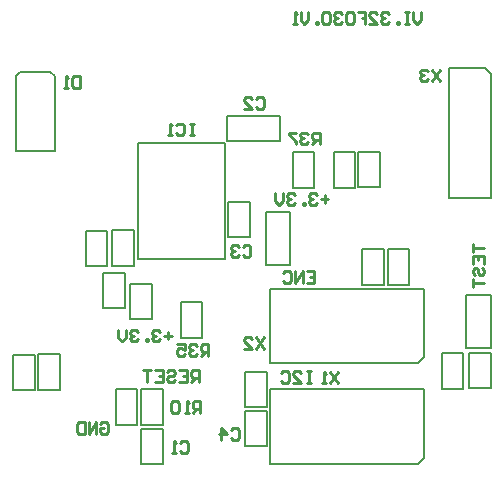
<source format=gbo>
G04*
G04 #@! TF.GenerationSoftware,Altium Limited,Altium Designer,21.8.1 (53)*
G04*
G04 Layer_Color=32896*
%FSLAX44Y44*%
%MOMM*%
G71*
G04*
G04 #@! TF.SameCoordinates,1EBAD2C5-6FE2-4B2B-94EE-1844CA0BE318*
G04*
G04*
G04 #@! TF.FilePolarity,Positive*
G04*
G01*
G75*
%ADD10C,0.2000*%
%ADD11C,0.2540*%
D10*
X11938Y-171196D02*
Y-141224D01*
X-6350Y-171196D02*
X11938D01*
X-6350D02*
Y-141224D01*
X11938D01*
X-20828Y5574D02*
Y35546D01*
X-2540D01*
Y5574D02*
Y35546D01*
X-20828Y5574D02*
X-2540D01*
X-200660Y78486D02*
X-167640D01*
X-167640Y141986D01*
X-196850Y145796D02*
X-171450Y145796D01*
X-200660Y78486D02*
Y141986D01*
X-196850Y145796D01*
X-171450Y145796D02*
X-167640Y141986D01*
X114046Y-4572D02*
X132334Y-4572D01*
X114046Y-4572D02*
X114046Y-34544D01*
X132334Y-34544D01*
X132334Y-4572D01*
X92710Y-34544D02*
X110998Y-34544D01*
X110998Y-4572D02*
X110998Y-34544D01*
X92710Y-4572D02*
X110998Y-4572D01*
X92710Y-34544D02*
X92710Y-4572D01*
X-97790Y-123190D02*
X-97790Y-153162D01*
X-116078Y-153162D02*
X-97790Y-153162D01*
X-116078Y-123190D02*
X-116078Y-153162D01*
X-116078Y-123190D02*
X-97790Y-123190D01*
X-163322Y-93472D02*
X-163322Y-123444D01*
X-181610Y-123444D02*
X-163322Y-123444D01*
X-181610Y-93472D02*
X-181610Y-123444D01*
X-181610Y-93472D02*
X-163322Y-93472D01*
X-184658Y-123698D02*
Y-93726D01*
X-202946Y-123698D02*
X-184658D01*
X-202946D02*
Y-93726D01*
X-184658D01*
X-94742Y-123190D02*
X-76454D01*
X-94742Y-153162D02*
Y-123190D01*
Y-153162D02*
X-76454D01*
Y-123190D01*
X-123313Y11356D02*
X-123313Y-18616D01*
X-141601Y-18616D02*
X-123313Y-18616D01*
X-141601Y-18616D02*
X-141601Y11356D01*
X-123313D01*
X-108204Y-24638D02*
X-108204Y-54610D01*
X-126492Y-54610D02*
X-108204Y-54610D01*
X-126492Y-54610D02*
X-126492Y-24638D01*
X-108204D01*
X-100838Y11430D02*
X-100838Y-18542D01*
X-119126Y-18542D02*
X-100838Y-18542D01*
X-119126Y-18542D02*
Y11430D01*
X-100838D01*
X-85598Y-63514D02*
X-85598Y-33542D01*
X-103886Y-63514D02*
X-85598Y-63514D01*
X-103886Y-63514D02*
X-103886Y-33542D01*
X-85598D01*
X14732Y-186074D02*
X139446Y-186074D01*
X144526Y-180994D01*
Y-122828D01*
X14732Y-122828D02*
X144526Y-122828D01*
X14732Y-122828D02*
X14732Y-186074D01*
X14732Y-100984D02*
X139446Y-100984D01*
X144526Y-95904D01*
X144526Y-37738D02*
X144526Y-95904D01*
X14732Y-37738D02*
X144526Y-37738D01*
X14732Y-100984D02*
X14732Y-37738D01*
X166396Y38538D02*
X201396Y38538D01*
X166396Y149288D02*
X166396Y38538D01*
X166396Y149288D02*
X196396Y149288D01*
X201396Y144288D01*
X201396Y38538D01*
X68326Y77724D02*
X86614Y77724D01*
X68326Y77724D02*
X68326Y47752D01*
X86614Y47752D01*
X86614Y77724D02*
X86614Y47752D01*
X89154Y77978D02*
X107442Y77978D01*
X89154Y48006D02*
X89154Y77978D01*
X89154Y48006D02*
X107442Y48006D01*
Y77978D01*
X160020Y-92710D02*
X178308Y-92710D01*
X160020Y-122682D02*
Y-92710D01*
Y-122682D02*
X178308Y-122682D01*
X178308Y-92710D01*
X-6350Y-108204D02*
X11938D01*
X-6350Y-138176D02*
Y-108204D01*
Y-138176D02*
X11938D01*
Y-108204D01*
X-23706Y-12410D02*
X-23706Y85590D01*
X-96956Y-12410D02*
X-23706Y-12410D01*
X-96706Y85590D02*
X-23706Y85590D01*
X-96956Y85340D02*
X-96956Y-12410D01*
X-96956Y85340D02*
X-96706Y85590D01*
X-96706Y85590D01*
X-22246Y87290D02*
X22754D01*
X-22246D02*
Y108290D01*
X22754D01*
Y87290D02*
Y108290D01*
X-42672Y-79502D02*
Y-49530D01*
X-60960Y-79502D02*
X-42672Y-79502D01*
X-60960Y-49530D02*
X-60960Y-79502D01*
X-60960Y-49530D02*
X-42672D01*
X-94742Y-186690D02*
X-76454D01*
Y-156718D01*
X-94742D02*
X-76454D01*
X-94742Y-186690D02*
Y-156718D01*
X10836Y-17928D02*
Y27072D01*
X31836Y27072D01*
Y-17928D02*
Y27072D01*
X10836Y-17928D02*
X31836Y-17928D01*
X52070Y77722D02*
X52070Y47750D01*
X33782Y47750D02*
X52070Y47750D01*
X33782Y47750D02*
X33782Y77722D01*
X52070D01*
X201500Y-88040D02*
Y-43040D01*
X180500Y-88040D02*
X201500Y-88040D01*
X180500Y-88040D02*
Y-43039D01*
X201500Y-43040D01*
X183194Y-122172D02*
Y-92200D01*
X201482D01*
Y-122172D02*
Y-92200D01*
X183194Y-122172D02*
X201482D01*
D11*
X-129093Y-152705D02*
X-127426Y-151039D01*
X-124094D01*
X-122428Y-152705D01*
Y-159370D01*
X-124094Y-161036D01*
X-127426D01*
X-129093Y-159370D01*
Y-156038D01*
X-125760D01*
X-132425Y-161036D02*
Y-151039D01*
X-139089Y-161036D01*
Y-151039D01*
X-142422D02*
Y-161036D01*
X-147420D01*
X-149086Y-159370D01*
Y-152705D01*
X-147420Y-151039D01*
X-142422D01*
X-68834Y-77552D02*
X-75498D01*
X-72166Y-74219D02*
Y-80884D01*
X-78831Y-74219D02*
X-80497Y-72553D01*
X-83829D01*
X-85495Y-74219D01*
Y-75886D01*
X-83829Y-77552D01*
X-82163D01*
X-83829D01*
X-85495Y-79218D01*
Y-80884D01*
X-83829Y-82550D01*
X-80497D01*
X-78831Y-80884D01*
X-88828Y-82550D02*
Y-80884D01*
X-90494D01*
Y-82550D01*
X-88828D01*
X-97158Y-74219D02*
X-98824Y-72553D01*
X-102157D01*
X-103823Y-74219D01*
Y-75886D01*
X-102157Y-77552D01*
X-100491D01*
X-102157D01*
X-103823Y-79218D01*
Y-80884D01*
X-102157Y-82550D01*
X-98824D01*
X-97158Y-80884D01*
X-107155Y-72553D02*
Y-79218D01*
X-110487Y-82550D01*
X-113820Y-79218D01*
Y-72553D01*
X141986Y196179D02*
Y189514D01*
X138654Y186182D01*
X135322Y189514D01*
Y196179D01*
X131989D02*
X128657D01*
X130323D01*
Y186182D01*
X131989D01*
X128657D01*
X123659D02*
Y187848D01*
X121992D01*
Y186182D01*
X123659D01*
X115328Y194513D02*
X113662Y196179D01*
X110330D01*
X108663Y194513D01*
Y192847D01*
X110330Y191180D01*
X111996D01*
X110330D01*
X108663Y189514D01*
Y187848D01*
X110330Y186182D01*
X113662D01*
X115328Y187848D01*
X98667Y186182D02*
X105331D01*
X98667Y192847D01*
Y194513D01*
X100333Y196179D01*
X103665D01*
X105331Y194513D01*
X88670Y196179D02*
X95334D01*
Y191180D01*
X92002D01*
X95334D01*
Y186182D01*
X85338Y194513D02*
X83672Y196179D01*
X80339D01*
X78673Y194513D01*
Y187848D01*
X80339Y186182D01*
X83672D01*
X85338Y187848D01*
Y194513D01*
X75341D02*
X73675Y196179D01*
X70342D01*
X68676Y194513D01*
Y192847D01*
X70342Y191180D01*
X72009D01*
X70342D01*
X68676Y189514D01*
Y187848D01*
X70342Y186182D01*
X73675D01*
X75341Y187848D01*
X65344Y194513D02*
X63678Y196179D01*
X60346D01*
X58679Y194513D01*
Y187848D01*
X60346Y186182D01*
X63678D01*
X65344Y187848D01*
Y194513D01*
X55347Y186182D02*
Y187848D01*
X53681D01*
Y186182D01*
X55347D01*
X47017Y196179D02*
Y189514D01*
X43684Y186182D01*
X40352Y189514D01*
Y196179D01*
X37020Y186182D02*
X33688D01*
X35354D01*
Y196179D01*
X37020Y194513D01*
X45406Y-22769D02*
X52070D01*
Y-32766D01*
X45406D01*
X52070Y-27768D02*
X48738D01*
X42073Y-32766D02*
Y-22769D01*
X35409Y-32766D01*
Y-22769D01*
X25412Y-24435D02*
X27078Y-22769D01*
X30410D01*
X32076Y-24435D01*
Y-31100D01*
X30410Y-32766D01*
X27078D01*
X25412Y-31100D01*
X49022Y-107859D02*
X45690D01*
X47356D01*
Y-117856D01*
X49022D01*
X45690D01*
X34027D02*
X40691D01*
X34027Y-111192D01*
Y-109525D01*
X35693Y-107859D01*
X39025D01*
X40691Y-109525D01*
X24030D02*
X25696Y-107859D01*
X29028D01*
X30695Y-109525D01*
Y-116190D01*
X29028Y-117856D01*
X25696D01*
X24030Y-116190D01*
X64008Y37764D02*
X57344D01*
X60676Y41097D02*
Y34432D01*
X54011Y41097D02*
X52345Y42763D01*
X49013D01*
X47347Y41097D01*
Y39430D01*
X49013Y37764D01*
X50679D01*
X49013D01*
X47347Y36098D01*
Y34432D01*
X49013Y32766D01*
X52345D01*
X54011Y34432D01*
X44014Y32766D02*
Y34432D01*
X42348D01*
Y32766D01*
X44014D01*
X35684Y41097D02*
X34018Y42763D01*
X30685D01*
X29019Y41097D01*
Y39430D01*
X30685Y37764D01*
X32352D01*
X30685D01*
X29019Y36098D01*
Y34432D01*
X30685Y32766D01*
X34018D01*
X35684Y34432D01*
X25687Y42763D02*
Y36098D01*
X22355Y32766D01*
X19023Y36098D01*
Y42763D01*
X186003Y0D02*
Y-6665D01*
Y-3332D01*
X196000D01*
X186003Y-16661D02*
Y-9997D01*
X196000D01*
Y-16661D01*
X191002Y-9997D02*
Y-13329D01*
X187669Y-26658D02*
X186003Y-24992D01*
Y-21660D01*
X187669Y-19994D01*
X189335D01*
X191002Y-21660D01*
Y-24992D01*
X192668Y-26658D01*
X194334D01*
X196000Y-24992D01*
Y-21660D01*
X194334Y-19994D01*
X186003Y-29990D02*
Y-36655D01*
Y-33323D01*
X196000D01*
X-45974Y-117094D02*
Y-107097D01*
X-50972D01*
X-52639Y-108763D01*
Y-112096D01*
X-50972Y-113762D01*
X-45974D01*
X-49306D02*
X-52639Y-117094D01*
X-62635Y-107097D02*
X-55971D01*
Y-117094D01*
X-62635D01*
X-55971Y-112096D02*
X-59303D01*
X-72632Y-108763D02*
X-70966Y-107097D01*
X-67634D01*
X-65968Y-108763D01*
Y-110429D01*
X-67634Y-112096D01*
X-70966D01*
X-72632Y-113762D01*
Y-115428D01*
X-70966Y-117094D01*
X-67634D01*
X-65968Y-115428D01*
X-82629Y-107097D02*
X-75964D01*
Y-117094D01*
X-82629D01*
X-75964Y-112096D02*
X-79297D01*
X-85961Y-107097D02*
X-92626D01*
X-89293D01*
Y-117094D01*
X-18602Y-157531D02*
X-16936Y-155865D01*
X-13604D01*
X-11938Y-157531D01*
Y-164196D01*
X-13604Y-165862D01*
X-16936D01*
X-18602Y-164196D01*
X-26933Y-165862D02*
Y-155865D01*
X-21935Y-160864D01*
X-28599D01*
X-8697Y-2337D02*
X-7030Y-671D01*
X-3698D01*
X-2032Y-2337D01*
Y-9002D01*
X-3698Y-10668D01*
X-7030D01*
X-8697Y-9002D01*
X-12029Y-2337D02*
X-13695Y-671D01*
X-17027D01*
X-18693Y-2337D01*
Y-4004D01*
X-17027Y-5670D01*
X-15361D01*
X-17027D01*
X-18693Y-7336D01*
Y-9002D01*
X-17027Y-10668D01*
X-13695D01*
X-12029Y-9002D01*
X-146563Y142380D02*
Y132384D01*
X-151562D01*
X-153228Y134050D01*
Y140714D01*
X-151562Y142380D01*
X-146563D01*
X-156560Y132384D02*
X-159892D01*
X-158226D01*
Y142380D01*
X-156560Y140714D01*
X158242Y147665D02*
X151578Y137668D01*
Y147665D02*
X158242Y137668D01*
X148245Y145999D02*
X146579Y147665D01*
X143247D01*
X141581Y145999D01*
Y144333D01*
X143247Y142666D01*
X144913D01*
X143247D01*
X141581Y141000D01*
Y139334D01*
X143247Y137668D01*
X146579D01*
X148245Y139334D01*
X-61529Y-168707D02*
X-59862Y-167041D01*
X-56530D01*
X-54864Y-168707D01*
Y-175372D01*
X-56530Y-177038D01*
X-59862D01*
X-61529Y-175372D01*
X-64861Y-177038D02*
X-68193D01*
X-66527D01*
Y-167041D01*
X-64861Y-168707D01*
X-44450Y-143002D02*
Y-133005D01*
X-49448D01*
X-51115Y-134671D01*
Y-138004D01*
X-49448Y-139670D01*
X-44450D01*
X-47782D02*
X-51115Y-143002D01*
X-54447D02*
X-57779D01*
X-56113D01*
Y-133005D01*
X-54447Y-134671D01*
X-62777D02*
X-64444Y-133005D01*
X-67776D01*
X-69442Y-134671D01*
Y-141336D01*
X-67776Y-143002D01*
X-64444D01*
X-62777Y-141336D01*
Y-134671D01*
X71882Y-108113D02*
X65217Y-118110D01*
Y-108113D02*
X71882Y-118110D01*
X61885D02*
X58553D01*
X60219D01*
Y-108113D01*
X61885Y-109779D01*
X9144Y-78649D02*
X2480Y-88646D01*
Y-78649D02*
X9144Y-88646D01*
X-7517D02*
X-853D01*
X-7517Y-81981D01*
Y-80315D01*
X-5851Y-78649D01*
X-2519D01*
X-853Y-80315D01*
X-50038Y101945D02*
X-53370D01*
X-51704D01*
Y91948D01*
X-50038D01*
X-53370D01*
X-65033Y100279D02*
X-63367Y101945D01*
X-60035D01*
X-58369Y100279D01*
Y93614D01*
X-60035Y91948D01*
X-63367D01*
X-65033Y93614D01*
X-68365Y91948D02*
X-71698D01*
X-70032D01*
Y101945D01*
X-68365Y100279D01*
X2734Y122631D02*
X4400Y124297D01*
X7732D01*
X9398Y122631D01*
Y115966D01*
X7732Y114300D01*
X4400D01*
X2734Y115966D01*
X-7263Y114300D02*
X-599D01*
X-7263Y120964D01*
Y122631D01*
X-5597Y124297D01*
X-2265D01*
X-599Y122631D01*
X-37592Y-94488D02*
Y-84491D01*
X-42590D01*
X-44257Y-86157D01*
Y-89490D01*
X-42590Y-91156D01*
X-37592D01*
X-40924D02*
X-44257Y-94488D01*
X-47589Y-86157D02*
X-49255Y-84491D01*
X-52587D01*
X-54253Y-86157D01*
Y-87823D01*
X-52587Y-89490D01*
X-50921D01*
X-52587D01*
X-54253Y-91156D01*
Y-92822D01*
X-52587Y-94488D01*
X-49255D01*
X-47589Y-92822D01*
X-64250Y-84491D02*
X-57586D01*
Y-89490D01*
X-60918Y-87823D01*
X-62584D01*
X-64250Y-89490D01*
Y-92822D01*
X-62584Y-94488D01*
X-59252D01*
X-57586Y-92822D01*
X56896Y84328D02*
Y94325D01*
X51898D01*
X50231Y92659D01*
Y89326D01*
X51898Y87660D01*
X56896D01*
X53564D02*
X50231Y84328D01*
X46899Y92659D02*
X45233Y94325D01*
X41901D01*
X40235Y92659D01*
Y90992D01*
X41901Y89326D01*
X43567D01*
X41901D01*
X40235Y87660D01*
Y85994D01*
X41901Y84328D01*
X45233D01*
X46899Y85994D01*
X36902Y94325D02*
X30238D01*
Y92659D01*
X36902Y85994D01*
Y84328D01*
M02*

</source>
